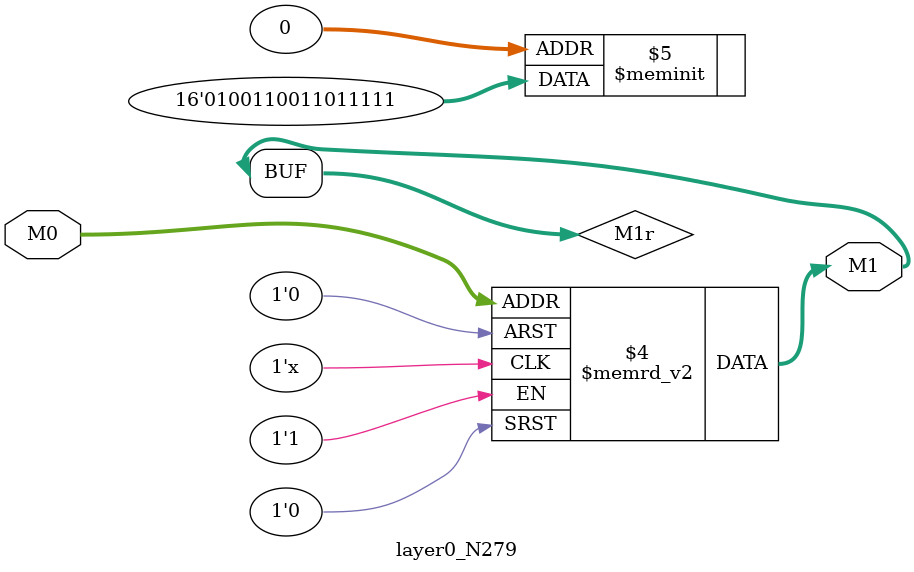
<source format=v>
module layer0_N279 ( input [2:0] M0, output [1:0] M1 );

	(*rom_style = "distributed" *) reg [1:0] M1r;
	assign M1 = M1r;
	always @ (M0) begin
		case (M0)
			3'b000: M1r = 2'b11;
			3'b100: M1r = 2'b00;
			3'b010: M1r = 2'b01;
			3'b110: M1r = 2'b00;
			3'b001: M1r = 2'b11;
			3'b101: M1r = 2'b11;
			3'b011: M1r = 2'b11;
			3'b111: M1r = 2'b01;

		endcase
	end
endmodule

</source>
